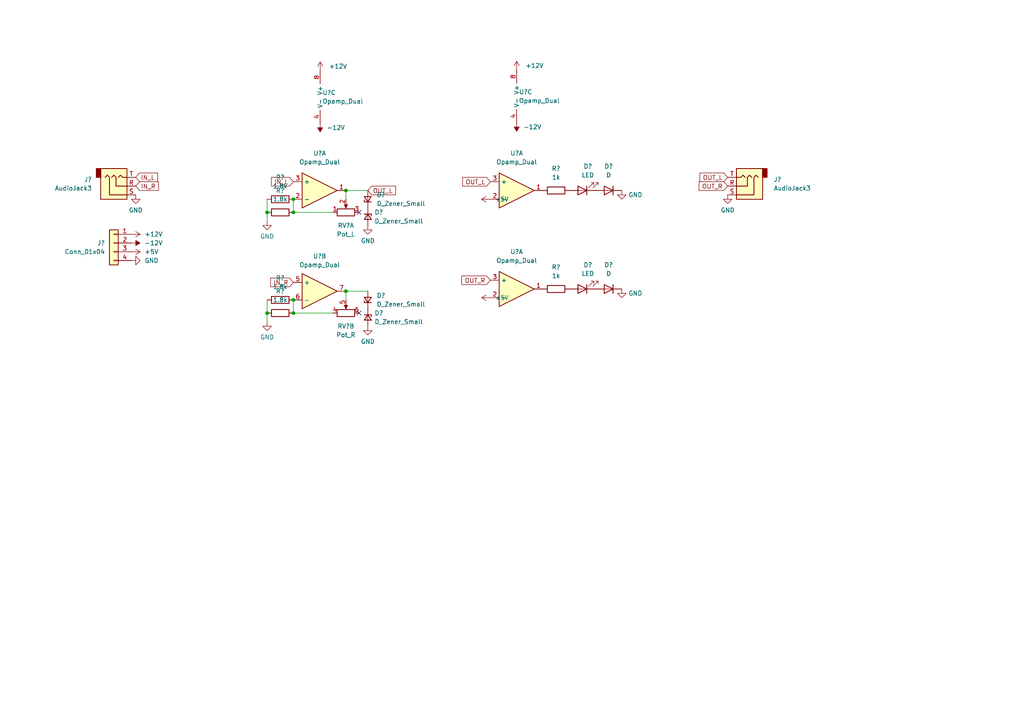
<source format=kicad_sch>
(kicad_sch (version 20211123) (generator eeschema)
  (paper "A4")
  (lib_symbols
    (symbol "Connector:AudioJack3"
      (property "Reference" "J" (at 0 8.89 0))
      (property "Value" "AudioJack3" (at 0 6.35 0))
      (symbol "AudioJack3_0_1"
        (rectangle (start -5.08 -5.08) (end -6.35 -2.54) (stroke (width 0.254)) (fill (type outline)))
        (polyline (pts (xy 0 -2.54) (xy 0.635 -3.175) (xy 1.27 -2.54) (xy 2.54 -2.54)) (stroke (width 0.254)))
        (polyline (pts (xy -1.905 -2.54) (xy -1.27 -3.175) (xy -0.635 -2.54) (xy -0.635 0) (xy 2.54 0)) (stroke (width 0.254)))
        (polyline (pts (xy 2.54 2.54) (xy -2.54 2.54) (xy -2.54 -2.54) (xy -3.175 -3.175) (xy -3.81 -2.54)) (stroke (width 0.254)))
        (rectangle (start 2.54 3.81) (end -5.08 -5.08) (stroke (width 0.254)) (fill (type background)))
      )
      (symbol "AudioJack3_1_1"
        (pin passive line (at 5.08 0 180) (length 2.54) (name "~") (number "R"))
        (pin passive line (at 5.08 2.54 180) (length 2.54) (name "~") (number "S"))
        (pin passive line (at 5.08 -2.54 180) (length 2.54) (name "~") (number "T"))
      )
    )
    (symbol "Connector_Generic:Conn_01x04" (pin_names (offset 1.016) hide)
      (property "Reference" "J" (at 0 5.08 0))
      (property "Value" "Conn_01x04" (at 0 -7.62 0))
      (symbol "Conn_01x04_1_1"
        (rectangle (start -1.27 -4.953) (end 0 -5.207) (stroke (width 0.1524)))
        (rectangle (start -1.27 -2.413) (end 0 -2.667) (stroke (width 0.1524)))
        (rectangle (start -1.27 0.127) (end 0 -0.127) (stroke (width 0.1524)))
        (rectangle (start -1.27 2.667) (end 0 2.413) (stroke (width 0.1524)))
        (rectangle (start -1.27 3.81) (end 1.27 -6.35) (stroke (width 0.254)) (fill (type background)))
        (pin passive line (at -5.08 2.54 0) (length 3.81) (name "Pin_1") (number "1"))
        (pin passive line (at -5.08 0 0) (length 3.81) (name "Pin_2") (number "2"))
        (pin passive line (at -5.08 -2.54 0) (length 3.81) (name "Pin_3") (number "3"))
        (pin passive line (at -5.08 -5.08 0) (length 3.81) (name "Pin_4") (number "4"))
      )
    )
    (symbol "Device:D" (pin_numbers hide) (pin_names (offset 1.016) hide)
      (property "Reference" "D" (at 0 2.54 0))
      (property "Value" "D" (at 0 -2.54 0))
      (symbol "D_0_1"
        (polyline (pts (xy -1.27 1.27) (xy -1.27 -1.27)) (stroke (width 0.254)))
        (polyline (pts (xy 1.27 0) (xy -1.27 0)))
        (polyline (pts (xy 1.27 1.27) (xy 1.27 -1.27) (xy -1.27 0) (xy 1.27 1.27)) (stroke (width 0.254)))
      )
      (symbol "D_1_1"
        (pin passive line (at -3.81 0 0) (length 2.54) (name "K") (number "1"))
        (pin passive line (at 3.81 0 180) (length 2.54) (name "A") (number "2"))
      )
    )
    (symbol "Device:D_Zener_Small" (pin_numbers hide) (pin_names (offset 0.254) hide)
      (property "Reference" "D" (at 0 2.286 0))
      (property "Value" "D_Zener_Small" (at 0 -2.286 0))
      (symbol "D_Zener_Small_0_1"
        (polyline (pts (xy 0.762 0) (xy -0.762 0)))
        (polyline (pts (xy -0.254 1.016) (xy -0.762 1.016) (xy -0.762 -1.016)) (stroke (width 0.254)))
        (polyline (pts (xy 0.762 1.016) (xy -0.762 0) (xy 0.762 -1.016) (xy 0.762 1.016)) (stroke (width 0.254)))
      )
      (symbol "D_Zener_Small_1_1"
        (pin passive line (at -2.54 0 0) (length 1.778) (name "K") (number "1"))
        (pin passive line (at 2.54 0 180) (length 1.778) (name "A") (number "2"))
      )
    )
    (symbol "Device:LED" (pin_numbers hide) (pin_names (offset 1.016) hide)
      (property "Reference" "D" (at 0 2.54 0))
      (property "Value" "LED" (at 0 -2.54 0))
      (symbol "LED_0_1"
        (polyline (pts (xy -1.27 -1.27) (xy -1.27 1.27)) (stroke (width 0.254)))
        (polyline (pts (xy -1.27 0) (xy 1.27 0)))
        (polyline (pts (xy 1.27 -1.27) (xy 1.27 1.27) (xy -1.27 0) (xy 1.27 -1.27)) (stroke (width 0.254)))
        (polyline (pts (xy -3.048 -0.762) (xy -4.572 -2.286) (xy -3.81 -2.286) (xy -4.572 -2.286) (xy -4.572 -1.524)))
        (polyline (pts (xy -1.778 -0.762) (xy -3.302 -2.286) (xy -2.54 -2.286) (xy -3.302 -2.286) (xy -3.302 -1.524)))
      )
      (symbol "LED_1_1"
        (pin passive line (at -3.81 0 0) (length 2.54) (name "K") (number "1"))
        (pin passive line (at 3.81 0 180) (length 2.54) (name "A") (number "2"))
      )
    )
    (symbol "Device:Opamp_Dual"
      (property "Reference" "U" (at 0 5.08 0))
      (property "Value" "Opamp_Dual" (at 0 -5.08 0))
      (symbol "Opamp_Dual_1_1"
        (polyline (pts (xy -5.08 5.08) (xy 5.08 0) (xy -5.08 -5.08) (xy -5.08 5.08)) (stroke (width 0.254)) (fill (type background)))
        (pin output line (at 7.62 0 180) (length 2.54) (name "~") (number "1"))
        (pin input line (at -7.62 -2.54 0) (length 2.54) (name "-") (number "2"))
        (pin input line (at -7.62 2.54 0) (length 2.54) (name "+") (number "3"))
      )
      (symbol "Opamp_Dual_2_1"
        (polyline (pts (xy -5.08 5.08) (xy 5.08 0) (xy -5.08 -5.08) (xy -5.08 5.08)) (stroke (width 0.254)) (fill (type background)))
        (pin input line (at -7.62 2.54 0) (length 2.54) (name "+") (number "5"))
        (pin input line (at -7.62 -2.54 0) (length 2.54) (name "-") (number "6"))
        (pin output line (at 7.62 0 180) (length 2.54) (name "~") (number "7"))
      )
      (symbol "Opamp_Dual_3_1"
        (pin power_in line (at -2.54 -7.62 90) (length 3.81) (name "V-") (number "4"))
        (pin power_in line (at -2.54 7.62 270) (length 3.81) (name "V+") (number "8"))
      )
    )
    (symbol "Device:R" (pin_numbers hide) (pin_names (offset 0))
      (property "Reference" "R" (at 2.032 0 90))
      (property "Value" "R" (at 0 0 90))
      (symbol "R_0_1"
        (rectangle (start -1.016 -2.54) (end 1.016 2.54) (stroke (width 0.254)))
      )
      (symbol "R_1_1"
        (pin passive line (at 0 3.81 270) (length 1.27) (name "~") (number "1"))
        (pin passive line (at 0 -3.81 90) (length 1.27) (name "~") (number "2"))
      )
    )
    (symbol "Device:R_Potentiometer_Dual_Separate" (pin_names (offset 1.016) hide)
      (property "Reference" "RV" (at -4.445 0 90))
      (property "Value" "R_Potentiometer_Dual_Separate" (at -2.54 0 90))
      (symbol "R_Potentiometer_Dual_Separate_0_1"
        (polyline (pts (xy 2.54 0) (xy 1.524 0)))
        (polyline (pts (xy 1.143 0) (xy 2.286 0.508) (xy 2.286 -0.508) (xy 1.143 0)) (fill (type outline)))
        (rectangle (start 1.016 2.54) (end -1.016 -2.54) (stroke (width 0.254)))
      )
      (symbol "R_Potentiometer_Dual_Separate_1_1"
        (pin passive line (at 0 3.81 270) (length 1.27) (name "1") (number "1"))
        (pin passive line (at 3.81 0 180) (length 1.27) (name "2") (number "2"))
        (pin passive line (at 0 -3.81 90) (length 1.27) (name "3") (number "3"))
      )
      (symbol "R_Potentiometer_Dual_Separate_2_1"
        (pin passive line (at 0 3.81 270) (length 1.27) (name "4") (number "4"))
        (pin passive line (at 3.81 0 180) (length 1.27) (name "5") (number "5"))
        (pin passive line (at 0 -3.81 90) (length 1.27) (name "6") (number "6"))
      )
    )
    (symbol "power:+12V" (power) (pin_names (offset 0))
      (property "Value" "+12V" (at 0 3.556 0))
      (symbol "+12V_0_1"
        (polyline (pts (xy -0.762 1.27) (xy 0 2.54)))
        (polyline (pts (xy 0 0) (xy 0 2.54)))
        (polyline (pts (xy 0 2.54) (xy 0.762 1.27)))
      )
      (symbol "+12V_1_1"
        (pin power_in line (at 0 0 90) (length 0) hide (name "+12V") (number "1"))
      )
    )
    (symbol "power:+5V" (power) (pin_names (offset 0))
      (property "Value" "+5V" (at 0 3.556 0))
      (symbol "+5V_0_1"
        (polyline (pts (xy -0.762 1.27) (xy 0 2.54)))
        (polyline (pts (xy 0 0) (xy 0 2.54)))
        (polyline (pts (xy 0 2.54) (xy 0.762 1.27)))
      )
      (symbol "+5V_1_1"
        (pin power_in line (at 0 0 90) (length 0) hide (name "+5V") (number "1"))
      )
    )
    (symbol "power:-12V" (power) (pin_names (offset 0))
      (property "Value" "-12V" (at 0 3.81 0))
      (symbol "-12V_0_0"
        (pin power_in line (at 0 0 90) (length 0) hide (name "-12V") (number "1"))
      )
      (symbol "-12V_0_1"
        (polyline (pts (xy 0 0) (xy 0 1.27) (xy 0.762 1.27) (xy 0 2.54) (xy -0.762 1.27) (xy 0 1.27)) (fill (type outline)))
      )
    )
    (symbol "power:GND" (power) (pin_names (offset 0))
      (property "Value" "GND" (at 0 -3.81 0))
      (symbol "GND_0_1"
        (polyline (pts (xy 0 0) (xy 0 -1.27) (xy 1.27 -1.27) (xy 0 -2.54) (xy -1.27 -1.27) (xy 0 -1.27)))
      )
      (symbol "GND_1_1"
        (pin power_in line (at 0 0 270) (length 0) hide (name "GND") (number "1"))
      )
    )
  )
  (junction (at 100.33 84.455))
  (junction (at 85.09 90.805))
  (junction (at 85.09 57.785))
  (junction (at 85.09 86.995))
  (junction (at 77.47 90.805))
  (junction (at 85.09 61.595))
  (junction (at 77.47 61.595))
  (junction (at 100.33 55.245))
  (no_connect (at 104.14 61.595))
  (no_connect (at 104.14 90.805))
  (wire (pts (xy 85.09 86.995) (xy 85.09 90.805)))
  (wire (pts (xy 85.09 57.785) (xy 85.09 61.595)))
  (wire (pts (xy 85.09 90.805) (xy 96.52 90.805)))
  (wire (pts (xy 100.33 55.245) (xy 100.33 57.785)))
  (wire (pts (xy 77.47 61.595) (xy 77.47 64.135)))
  (wire (pts (xy 100.33 55.245) (xy 106.68 55.245)))
  (wire (pts (xy 77.47 90.805) (xy 77.47 93.345)))
  (wire (pts (xy 100.33 84.455) (xy 106.68 84.455)))
  (wire (pts (xy 77.47 57.785) (xy 77.47 61.595)))
  (wire (pts (xy 100.33 84.455) (xy 100.33 86.995)))
  (wire (pts (xy 85.09 61.595) (xy 96.52 61.595)))
  (wire (pts (xy 77.47 86.995) (xy 77.47 90.805)))
  (global_label "OUT_L" (shape input) (at 106.68 55.245 0) (property "Intersheet References" "${INTERSHEET_REFS}" (effects hide)))
  (global_label "IN_R" (shape input) (at 39.37 53.975 0) (property "Intersheet References" "${INTERSHEET_REFS}" (effects hide)))
  (global_label "OUT_R" (shape input) (at 211.0502 53.975 180) (property "Intersheet References" "${INTERSHEET_REFS}" (effects hide)))
  (global_label "IN_L" (shape input) (at 85.09 52.705 180) (property "Intersheet References" "${INTERSHEET_REFS}" (effects hide)))
  (global_label "IN_R" (shape input) (at 85.09 81.915 180) (property "Intersheet References" "${INTERSHEET_REFS}" (effects hide)))
  (global_label "OUT_L" (shape input) (at 211.0502 51.435 180) (property "Intersheet References" "${INTERSHEET_REFS}" (effects hide)))
  (global_label "OUT_L" (shape input) (at 142.24 52.705 180) (property "Intersheet References" "${INTERSHEET_REFS}" (effects hide)))
  (global_label "IN_L" (shape input) (at 39.37 51.435 0) (property "Intersheet References" "${INTERSHEET_REFS}" (effects hide)))
  (global_label "OUT_R" (shape input) (at 142.24 81.28 180) (property "Intersheet References" "${INTERSHEET_REFS}" (effects hide)))
  (symbol (lib_id "power:+5V") (at 38.1 73.025 270) (mirror x) (unit 1)
    (property "Reference" "#PWR?" (effects hide))
    (property "Value" "+5V" (at 41.91 73.0249 90) (effects (justify left)))
  )
  (symbol (lib_id "power:-12V") (at 149.86 35.56 180) (unit 1)
    (property "Reference" "#PWR?" (effects hide))
    (property "Value" "-12V" (at 151.765 36.8299 0) (effects (justify right)))
  )
  (symbol (lib_id "Device:Opamp_Dual") (at 95.4035 28.1284 0) (unit 3)
    (property "Reference" "U?" (at 93.4985 26.8583 0) (effects (justify left)))
    (property "Value" "Opamp_Dual" (at 93.4985 29.3983 0) (effects (justify left)))
  )
  (symbol (lib_id "power:GND") (at 106.68 94.615 0) (unit 1)
    (property "Reference" "#PWR?" (effects hide))
    (property "Value" "GND" (at 106.68 99.06 0))
  )
  (symbol (lib_id "Device:D_Zener_Small") (at 106.68 57.785 90) (unit 1)
    (property "Reference" "D?" (at 109.22 56.5149 90) (effects (justify right)))
    (property "Value" "D_Zener_Small" (at 109.22 59.0549 90) (effects (justify right)))
  )
  (symbol (lib_id "Device:D_Zener_Small") (at 106.68 92.075 270) (unit 1)
    (property "Reference" "D?" (at 108.585 90.8049 90) (effects (justify left)))
    (property "Value" "D_Zener_Small" (at 108.585 93.3449 90) (effects (justify left)))
  )
  (symbol (lib_id "Device:D") (at 176.53 83.82 180) (unit 1)
    (property "Reference" "D?" (at 176.53 76.835 0))
    (property "Value" "D" (at 176.53 79.375 0))
  )
  (symbol (lib_id "Device:D_Zener_Small") (at 106.68 86.995 90) (unit 1)
    (property "Reference" "D?" (at 109.22 85.7249 90) (effects (justify right)))
    (property "Value" "D_Zener_Small" (at 109.22 88.2649 90) (effects (justify right)))
  )
  (symbol (lib_id "Device:R") (at 161.29 55.245 90) (unit 1)
    (property "Reference" "R?" (at 161.29 48.895 90))
    (property "Value" "1k" (at 161.29 51.435 90))
  )
  (symbol (lib_id "Device:LED") (at 168.91 83.82 180) (unit 1)
    (property "Reference" "D?" (at 170.4975 76.835 0))
    (property "Value" "LED" (at 170.4975 79.375 0))
  )
  (symbol (lib_id "power:-12V") (at 92.8635 35.7484 180) (unit 1)
    (property "Reference" "#PWR?" (effects hide))
    (property "Value" "-12V" (at 94.7685 37.0183 0) (effects (justify right)))
  )
  (symbol (lib_id "power:GND") (at 211.0502 56.515 0) (unit 1)
    (property "Reference" "#PWR?" (effects hide))
    (property "Value" "GND" (at 211.0502 60.96 0))
  )
  (symbol (lib_id "power:-12V") (at 38.1 70.485 270) (mirror x) (unit 1)
    (property "Reference" "#PWR?" (effects hide))
    (property "Value" "-12V" (at 41.91 70.4849 90) (effects (justify left)))
  )
  (symbol (lib_id "Device:Opamp_Dual") (at 149.86 55.245 0) (unit 1)
    (property "Reference" "U?" (at 149.86 44.45 0))
    (property "Value" "Opamp_Dual" (at 149.86 46.99 0))
  )
  (symbol (lib_id "power:GND") (at 38.1 75.565 90) (mirror x) (unit 1)
    (property "Reference" "#PWR?" (effects hide))
    (property "Value" "GND" (at 41.91 75.5649 90) (effects (justify right)))
  )
  (symbol (lib_id "Device:Opamp_Dual") (at 152.4 27.94 0) (unit 3)
    (property "Reference" "U?" (at 150.495 26.6699 0) (effects (justify left)))
    (property "Value" "Opamp_Dual" (at 150.495 29.2099 0) (effects (justify left)))
  )
  (symbol (lib_id "Device:R_Potentiometer_Dual_Separate") (at 100.33 61.595 90) (unit 1)
    (property "Reference" "RV?" (at 100.33 65.405 90))
    (property "Value" "Pot_L" (at 100.33 67.945 90))
  )
  (symbol (lib_id "Device:D_Zener_Small") (at 106.68 62.865 270) (unit 1)
    (property "Reference" "D?" (at 108.585 61.5949 90) (effects (justify left)))
    (property "Value" "D_Zener_Small" (at 108.585 64.1349 90) (effects (justify left)))
  )
  (symbol (lib_id "Device:LED") (at 168.91 55.245 180) (unit 1)
    (property "Reference" "D?" (at 170.4975 48.26 0))
    (property "Value" "LED" (at 170.4975 50.8 0))
  )
  (symbol (lib_id "Connector:AudioJack3") (at 34.29 53.975 0) (mirror x) (unit 1)
    (property "Reference" "J?" (at 26.67 52.0699 0) (effects (justify right)))
    (property "Value" "AudioJack3" (at 26.67 54.6099 0) (effects (justify right)))
  )
  (symbol (lib_id "Connector_Generic:Conn_01x04") (at 33.02 70.485 0) (mirror y) (unit 1)
    (property "Reference" "J?" (at 30.48 70.4849 0) (effects (justify left)))
    (property "Value" "Conn_01x04" (at 30.48 73.0249 0) (effects (justify left)))
  )
  (symbol (lib_id "power:GND") (at 77.47 93.345 0) (unit 1)
    (property "Reference" "#PWR?" (effects hide))
    (property "Value" "GND" (at 77.47 97.79 0))
  )
  (symbol (lib_id "Device:R") (at 81.28 61.595 90) (unit 1)
    (property "Reference" "R?" (at 81.28 55.245 90))
    (property "Value" "1.8k" (at 81.28 57.785 90))
  )
  (symbol (lib_id "power:GND") (at 106.68 65.405 0) (unit 1)
    (property "Reference" "#PWR?" (effects hide))
    (property "Value" "GND" (at 106.68 69.85 0))
  )
  (symbol (lib_id "Device:Opamp_Dual") (at 92.71 84.455 0) (unit 2)
    (property "Reference" "U?" (at 92.71 74.295 0))
    (property "Value" "Opamp_Dual" (at 92.71 76.835 0))
  )
  (symbol (lib_id "Device:Opamp_Dual") (at 92.71 55.245 0) (unit 1)
    (property "Reference" "U?" (at 92.71 44.45 0))
    (property "Value" "Opamp_Dual" (at 92.71 46.99 0))
  )
  (symbol (lib_id "power:GND") (at 180.34 55.245 0) (mirror y) (unit 1)
    (property "Reference" "#PWR?" (effects hide))
    (property "Value" "GND" (at 182.245 56.5149 0) (effects (justify right)))
  )
  (symbol (lib_id "power:GND") (at 77.47 64.135 0) (unit 1)
    (property "Reference" "#PWR?" (effects hide))
    (property "Value" "GND" (at 77.47 68.58 0))
  )
  (symbol (lib_id "Device:R") (at 81.28 90.805 90) (unit 1)
    (property "Reference" "R?" (at 81.28 84.455 90))
    (property "Value" "1.8k" (at 81.28 86.995 90))
  )
  (symbol (lib_id "Device:R_Potentiometer_Dual_Separate") (at 100.33 90.805 90) (unit 2)
    (property "Reference" "RV?" (at 100.33 94.615 90))
    (property "Value" "Pot_R" (at 100.33 97.155 90))
  )
  (symbol (lib_id "power:+12V") (at 38.1 67.945 270) (mirror x) (unit 1)
    (property "Reference" "#PWR?" (effects hide))
    (property "Value" "+12V" (at 41.91 67.9449 90) (effects (justify left)))
  )
  (symbol (lib_id "Device:Opamp_Dual") (at 149.86 83.82 0) (unit 1)
    (property "Reference" "U?" (at 149.86 73.025 0))
    (property "Value" "Opamp_Dual" (at 149.86 75.565 0))
  )
  (symbol (lib_id "power:+5V") (at 142.24 86.36 90) (mirror x) (unit 1)
    (property "Reference" "#PWR?" (effects hide))
    (property "Value" "+5V" (at 143.51 86.3599 90) (effects (justify right)))
  )
  (symbol (lib_id "power:+5V") (at 142.24 57.785 90) (mirror x) (unit 1)
    (property "Reference" "#PWR?" (effects hide))
    (property "Value" "+5V" (at 143.51 57.7849 90) (effects (justify right)))
  )
  (symbol (lib_id "Device:R") (at 81.28 86.995 90) (unit 1)
    (property "Reference" "R?" (at 81.28 80.645 90))
    (property "Value" "1.8k" (at 81.28 83.185 90))
  )
  (symbol (lib_id "Device:D") (at 176.53 55.245 180) (unit 1)
    (property "Reference" "D?" (at 176.53 48.26 0))
    (property "Value" "D" (at 176.53 50.8 0))
  )
  (symbol (lib_id "power:+12V") (at 92.8635 20.5084 0) (unit 1)
    (property "Reference" "#PWR?" (effects hide))
    (property "Value" "+12V" (at 95.4035 19.2383 0) (effects (justify left)))
  )
  (symbol (lib_id "Device:R") (at 161.29 83.82 90) (unit 1)
    (property "Reference" "R?" (at 161.29 77.47 90))
    (property "Value" "1k" (at 161.29 80.01 90))
  )
  (symbol (lib_id "Device:R") (at 81.28 57.785 90) (unit 1)
    (property "Reference" "R?" (at 81.28 51.435 90))
    (property "Value" "1.8k" (at 81.28 53.975 90))
  )
  (symbol (lib_id "power:GND") (at 180.34 83.82 0) (mirror y) (unit 1)
    (property "Reference" "#PWR?" (effects hide))
    (property "Value" "GND" (at 182.245 85.0899 0) (effects (justify right)))
  )
  (symbol (lib_id "power:+12V") (at 149.86 20.32 0) (unit 1)
    (property "Reference" "#PWR?" (effects hide))
    (property "Value" "+12V" (at 152.4 19.0499 0) (effects (justify left)))
  )
  (symbol (lib_id "power:GND") (at 39.37 56.515 0) (unit 1)
    (property "Reference" "#PWR?" (effects hide))
    (property "Value" "GND" (at 39.37 60.96 0))
  )
  (symbol (lib_id "Connector:AudioJack3") (at 216.1302 53.975 180) (unit 1)
    (property "Reference" "J?" (at 224.3852 52.0699 0) (effects (justify right)))
    (property "Value" "AudioJack3" (at 224.3852 54.6099 0) (effects (justify right)))
  )
)
</source>
